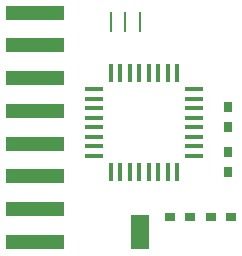
<source format=gtp>
G04 DipTrace 3.3.1.1*
G04 TopPaste.gtp*
%MOIN*%
G04 #@! TF.FileFunction,Paste,Top*
G04 #@! TF.Part,Single*
%ADD19R,0.059055X0.11811*%
%ADD33R,0.007868X0.066923*%
%ADD37R,0.059049X0.011805*%
%ADD39R,0.011805X0.059049*%
%ADD41R,0.03149X0.035427*%
%ADD43R,0.035427X0.03149*%
%ADD47R,0.19212X0.04662*%
%FSLAX26Y26*%
G04*
G70*
G90*
G75*
G01*
G04 TopPaste*
%LPD*%
D47*
X499951Y424951D3*
Y533951D3*
Y642951D3*
Y751951D3*
Y860951D3*
Y969951D3*
Y1078951D3*
X500001Y1187990D3*
D19*
X850450Y456700D3*
D43*
X1156200Y506200D3*
X1089271D3*
X949951D3*
X1016880D3*
D41*
X1143700Y656200D3*
Y723129D3*
Y874949D3*
Y808020D3*
D39*
X974951Y987449D3*
X943455D3*
X911959D3*
X880462D3*
X848966D3*
X817470D3*
X785974D3*
X754478D3*
D37*
X699360Y932331D3*
Y900835D3*
Y869339D3*
Y837843D3*
Y806347D3*
Y774851D3*
Y743355D3*
Y711859D3*
D39*
X754478Y656741D3*
X785974D3*
X817470D3*
X848966D3*
X880462D3*
X911959D3*
X943455D3*
X974951D3*
D37*
X1030069Y711859D3*
Y743355D3*
Y774851D3*
Y806347D3*
Y837843D3*
Y869339D3*
Y900835D3*
Y932331D3*
D33*
X849949Y1156200D3*
X802705D3*
X755461D3*
M02*

</source>
